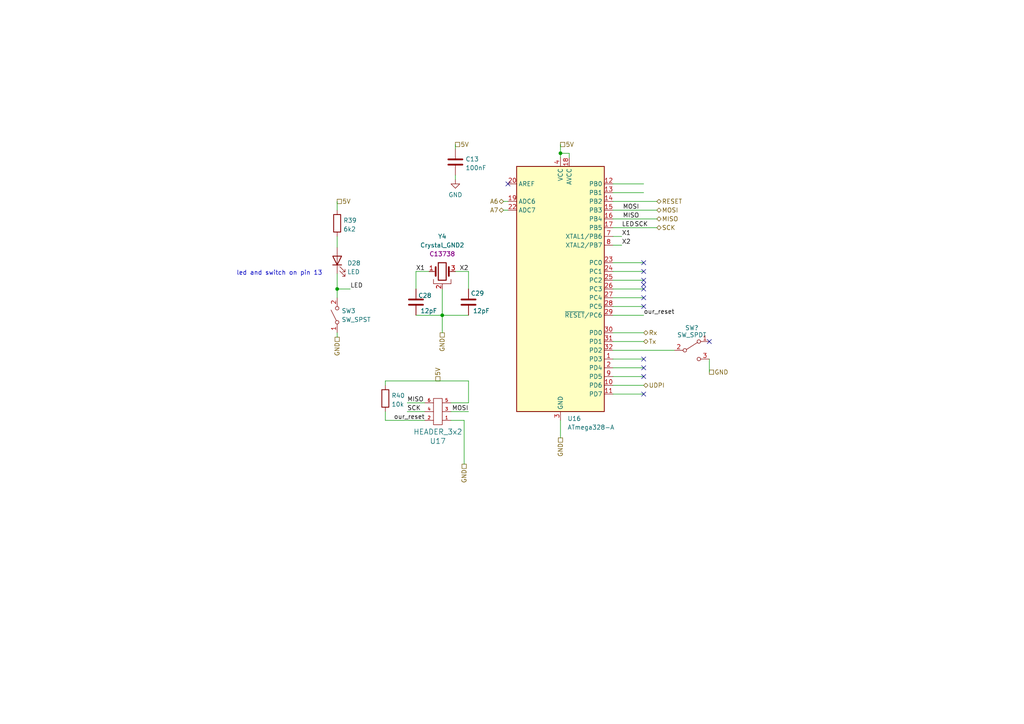
<source format=kicad_sch>
(kicad_sch (version 20230121) (generator eeschema)
  (paper "A4")
  (lib_symbols
    (symbol "Device:C" (pin_numbers hide) (pin_names (offset 0.254))
      (property "Reference" "C" (at 0.635 2.54 0))
      (property "Value" "C" (at 0.635 -2.54 0))
      (symbol "C_0_1"
        (polyline (pts (xy -2.032 -0.762) (xy 2.032 -0.762)) (stroke (width 0.508)))
        (polyline (pts (xy -2.032 0.762) (xy 2.032 0.762)) (stroke (width 0.508)))
      )
      (symbol "C_1_1"
        (pin passive line (at 0 3.81 270) (length 2.794) (name "~") (number "1"))
        (pin passive line (at 0 -3.81 90) (length 2.794) (name "~") (number "2"))
      )
    )
    (symbol "Device:LED" (pin_numbers hide) (pin_names (offset 1.016) hide)
      (property "Reference" "D" (at 0 2.54 0))
      (property "Value" "LED" (at 0 -2.54 0))
      (symbol "LED_0_1"
        (polyline (pts (xy -1.27 -1.27) (xy -1.27 1.27)) (stroke (width 0.254)))
        (polyline (pts (xy -1.27 0) (xy 1.27 0)))
        (polyline (pts (xy 1.27 -1.27) (xy 1.27 1.27) (xy -1.27 0) (xy 1.27 -1.27)) (stroke (width 0.254)))
        (polyline (pts (xy -3.048 -0.762) (xy -4.572 -2.286) (xy -3.81 -2.286) (xy -4.572 -2.286) (xy -4.572 -1.524)))
        (polyline (pts (xy -1.778 -0.762) (xy -3.302 -2.286) (xy -2.54 -2.286) (xy -3.302 -2.286) (xy -3.302 -1.524)))
      )
      (symbol "LED_1_1"
        (pin passive line (at -3.81 0 0) (length 2.54) (name "K") (number "1"))
        (pin passive line (at 3.81 0 180) (length 2.54) (name "A") (number "2"))
      )
    )
    (symbol "Device:R" (pin_numbers hide) (pin_names (offset 0))
      (property "Reference" "R" (at 2.032 0 90))
      (property "Value" "R" (at 0 0 90))
      (symbol "R_0_1"
        (rectangle (start -1.016 -2.54) (end 1.016 2.54) (stroke (width 0.254)))
      )
      (symbol "R_1_1"
        (pin passive line (at 0 3.81 270) (length 1.27) (name "~") (number "1"))
        (pin passive line (at 0 -3.81 90) (length 1.27) (name "~") (number "2"))
      )
    )
    (symbol "MCU_Microchip_ATmega:ATmega328-A"
      (property "Reference" "U" (at -12.7 36.83 0))
      (property "Value" "ATmega328-A" (at 2.54 -36.83 0))
      (symbol "ATmega328-A_0_1"
        (rectangle (start -12.7 -35.56) (end 12.7 35.56) (stroke (width 0.254)) (fill (type background)))
      )
      (symbol "ATmega328-A_1_1"
        (pin bidirectional line (at 15.24 -20.32 180) (length 2.54) (name "PD3") (number "1"))
        (pin bidirectional line (at 15.24 -27.94 180) (length 2.54) (name "PD6") (number "10"))
        (pin bidirectional line (at 15.24 -30.48 180) (length 2.54) (name "PD7") (number "11"))
        (pin bidirectional line (at 15.24 30.48 180) (length 2.54) (name "PB0") (number "12"))
        (pin bidirectional line (at 15.24 27.94 180) (length 2.54) (name "PB1") (number "13"))
        (pin bidirectional line (at 15.24 25.4 180) (length 2.54) (name "PB2") (number "14"))
        (pin bidirectional line (at 15.24 22.86 180) (length 2.54) (name "PB3") (number "15"))
        (pin bidirectional line (at 15.24 20.32 180) (length 2.54) (name "PB4") (number "16"))
        (pin bidirectional line (at 15.24 17.78 180) (length 2.54) (name "PB5") (number "17"))
        (pin power_in line (at 2.54 38.1 270) (length 2.54) (name "AVCC") (number "18"))
        (pin input line (at -15.24 25.4 0) (length 2.54) (name "ADC6") (number "19"))
        (pin bidirectional line (at 15.24 -22.86 180) (length 2.54) (name "PD4") (number "2"))
        (pin passive line (at -15.24 30.48 0) (length 2.54) (name "AREF") (number "20"))
        (pin passive line (at 0 -38.1 90) (length 2.54) hide (name "GND") (number "21"))
        (pin input line (at -15.24 22.86 0) (length 2.54) (name "ADC7") (number "22"))
        (pin bidirectional line (at 15.24 7.62 180) (length 2.54) (name "PC0") (number "23"))
        (pin bidirectional line (at 15.24 5.08 180) (length 2.54) (name "PC1") (number "24"))
        (pin bidirectional line (at 15.24 2.54 180) (length 2.54) (name "PC2") (number "25"))
        (pin bidirectional line (at 15.24 0 180) (length 2.54) (name "PC3") (number "26"))
        (pin bidirectional line (at 15.24 -2.54 180) (length 2.54) (name "PC4") (number "27"))
        (pin bidirectional line (at 15.24 -5.08 180) (length 2.54) (name "PC5") (number "28"))
        (pin bidirectional line (at 15.24 -7.62 180) (length 2.54) (name "~{RESET}/PC6") (number "29"))
        (pin power_in line (at 0 -38.1 90) (length 2.54) (name "GND") (number "3"))
        (pin bidirectional line (at 15.24 -12.7 180) (length 2.54) (name "PD0") (number "30"))
        (pin bidirectional line (at 15.24 -15.24 180) (length 2.54) (name "PD1") (number "31"))
        (pin bidirectional line (at 15.24 -17.78 180) (length 2.54) (name "PD2") (number "32"))
        (pin power_in line (at 0 38.1 270) (length 2.54) (name "VCC") (number "4"))
        (pin passive line (at 0 -38.1 90) (length 2.54) hide (name "GND") (number "5"))
        (pin passive line (at 0 38.1 270) (length 2.54) hide (name "VCC") (number "6"))
        (pin bidirectional line (at 15.24 15.24 180) (length 2.54) (name "XTAL1/PB6") (number "7"))
        (pin bidirectional line (at 15.24 12.7 180) (length 2.54) (name "XTAL2/PB7") (number "8"))
        (pin bidirectional line (at 15.24 -25.4 180) (length 2.54) (name "PD5") (number "9"))
      )
    )
    (symbol "Switch:SW_SPDT" (pin_names (offset 0) hide)
      (property "Reference" "SW" (at 0 4.318 0))
      (property "Value" "SW_SPDT" (at 0 -5.08 0))
      (symbol "SW_SPDT_0_0"
        (circle (center -2.032 0) (radius 0.508))
        (circle (center 2.032 -2.54) (radius 0.508))
      )
      (symbol "SW_SPDT_0_1"
        (polyline (pts (xy -1.524 0.254) (xy 1.651 2.286)))
        (circle (center 2.032 2.54) (radius 0.508))
      )
      (symbol "SW_SPDT_1_1"
        (pin passive line (at 5.08 2.54 180) (length 2.54) (name "A") (number "1"))
        (pin passive line (at -5.08 0 0) (length 2.54) (name "B") (number "2"))
        (pin passive line (at 5.08 -2.54 180) (length 2.54) (name "C") (number "3"))
      )
    )
    (symbol "Switch:SW_SPST" (pin_names (offset 0) hide)
      (property "Reference" "SW" (at 0 3.175 0))
      (property "Value" "SW_SPST" (at 0 -2.54 0))
      (symbol "SW_SPST_0_0"
        (circle (center -2.032 0) (radius 0.508))
        (polyline (pts (xy -1.524 0.254) (xy 1.524 1.778)))
        (circle (center 2.032 0) (radius 0.508))
      )
      (symbol "SW_SPST_1_1"
        (pin passive line (at -5.08 0 0) (length 2.54) (name "A") (number "1"))
        (pin passive line (at 5.08 0 180) (length 2.54) (name "B") (number "2"))
      )
    )
    (symbol "custom_kicad_lib_sk:crystal_arduino" (pin_names (offset 1.016) hide)
      (property "Reference" "Y" (at 0 5.715 0))
      (property "Value" "Crystal_GND2" (at 0 3.81 0))
      (property "JLCPCB Part#" "C13738" (at 0 0 0))
      (symbol "crystal_arduino_0_1"
        (rectangle (start -1.143 2.54) (end 1.143 -2.54) (stroke (width 0.3048)))
        (polyline (pts (xy -2.54 0) (xy -1.905 0)))
        (polyline (pts (xy -1.905 -1.27) (xy -1.905 1.27)) (stroke (width 0.508)))
        (polyline (pts (xy 0 -3.81) (xy 0 -3.556)))
        (polyline (pts (xy 1.905 0) (xy 2.54 0)))
        (polyline (pts (xy 1.905 1.27) (xy 1.905 -1.27)) (stroke (width 0.508)))
        (polyline (pts (xy -2.54 -2.286) (xy -2.54 -3.556) (xy 2.54 -3.556) (xy 2.54 -2.286)))
      )
      (symbol "crystal_arduino_1_1"
        (pin passive line (at -3.81 0 0) (length 1.27) (name "1") (number "1"))
        (pin passive line (at 0 -5.08 90) (length 1.27) (name "GND") (number "2"))
        (pin passive line (at 3.81 0 180) (length 1.27) (name "3") (number "3"))
        (pin passive line (at 0 -5.08 90) (length 1.27) hide (name "GND") (number "4"))
      )
    )
    (symbol "power:GND" (power) (pin_names (offset 0))
      (property "Value" "GND" (at 0 -3.81 0))
      (symbol "GND_0_1"
        (polyline (pts (xy 0 0) (xy 0 -1.27) (xy 1.27 -1.27) (xy 0 -2.54) (xy -1.27 -1.27) (xy 0 -1.27)))
      )
      (symbol "GND_1_1"
        (pin power_in line (at 0 0 270) (length 0) hide (name "GND") (number "1"))
      )
    )
    (symbol "servoDriverSMD-rescue:HEADER_3x2-w_connectors" (pin_names (offset 0))
      (property "Reference" "J" (at 0 5.08 0))
      (property "Value" "HEADER_3x2-w_connectors" (at 0 -5.08 0))
      (symbol "HEADER_3x2-w_connectors_0_1"
        (rectangle (start 1.27 3.81) (end -1.27 -3.81))
      )
      (symbol "HEADER_3x2-w_connectors_1_1"
        (pin passive line (at -3.81 2.54 0) (length 2.54) (name "~") (number "1"))
        (pin passive line (at 3.81 2.54 180) (length 2.54) (name "~") (number "2"))
        (pin passive line (at -3.81 0 0) (length 2.54) (name "~") (number "3"))
        (pin passive line (at 3.81 0 180) (length 2.54) (name "~") (number "4"))
        (pin passive line (at -3.81 -2.54 0) (length 2.54) (name "~") (number "5"))
        (pin passive line (at 3.81 -2.54 180) (length 2.54) (name "~") (number "6"))
      )
    )
  )
  (junction (at 162.56 44.45))
  (junction (at 97.79 83.82))
  (junction (at 128.27 91.44))
  (no_connect (at 205.74 99.06))
  (no_connect (at 186.69 78.74))
  (no_connect (at 186.69 76.2))
  (no_connect (at 186.69 82.55))
  (no_connect (at 186.69 104.14))
  (no_connect (at 147.32 53.34))
  (no_connect (at 186.69 88.9))
  (no_connect (at 186.69 109.22))
  (no_connect (at 186.69 114.3))
  (no_connect (at 186.69 81.28))
  (no_connect (at 186.69 83.82))
  (no_connect (at 186.69 86.36))
  (no_connect (at 186.69 106.68))
  (wire (pts (xy 162.56 44.45) (xy 162.56 45.72)))
  (wire (pts (xy 120.65 78.74) (xy 120.65 83.82)))
  (wire (pts (xy 128.27 91.44) (xy 135.89 91.44)))
  (wire (pts (xy 130.81 116.84) (xy 135.89 116.84)))
  (wire (pts (xy 134.62 121.92) (xy 130.81 121.92)))
  (wire (pts (xy 165.1 44.45) (xy 162.56 44.45)))
  (wire (pts (xy 177.8 86.36) (xy 186.69 86.36)))
  (wire (pts (xy 177.8 111.76) (xy 186.69 111.76)))
  (wire (pts (xy 123.19 119.38) (xy 118.11 119.38)))
  (wire (pts (xy 124.46 78.74) (xy 120.65 78.74)))
  (wire (pts (xy 177.8 76.2) (xy 186.69 76.2)))
  (wire (pts (xy 111.76 121.92) (xy 123.19 121.92)))
  (wire (pts (xy 177.8 88.9) (xy 186.69 88.9)))
  (wire (pts (xy 97.79 83.82) (xy 97.79 86.36)))
  (wire (pts (xy 111.76 110.49) (xy 135.89 110.49)))
  (wire (pts (xy 97.79 79.375) (xy 97.79 83.82)))
  (wire (pts (xy 135.89 116.84) (xy 135.89 110.49)))
  (wire (pts (xy 177.8 71.12) (xy 180.34 71.12)))
  (wire (pts (xy 162.56 121.92) (xy 162.56 127)))
  (wire (pts (xy 177.8 109.22) (xy 186.69 109.22)))
  (wire (pts (xy 146.05 58.42) (xy 147.32 58.42)))
  (wire (pts (xy 111.76 119.38) (xy 111.76 121.92)))
  (wire (pts (xy 97.79 96.52) (xy 97.79 97.79)))
  (wire (pts (xy 130.81 119.38) (xy 135.89 119.38)))
  (wire (pts (xy 177.8 83.82) (xy 186.69 83.82)))
  (wire (pts (xy 97.79 68.58) (xy 97.79 71.755)))
  (wire (pts (xy 128.27 83.82) (xy 128.27 91.44)))
  (wire (pts (xy 132.08 78.74) (xy 135.89 78.74)))
  (wire (pts (xy 146.05 60.96) (xy 147.32 60.96)))
  (wire (pts (xy 162.56 41.91) (xy 162.56 44.45)))
  (wire (pts (xy 177.8 68.58) (xy 180.34 68.58)))
  (wire (pts (xy 177.8 114.3) (xy 186.69 114.3)))
  (wire (pts (xy 135.89 78.74) (xy 135.89 83.82)))
  (wire (pts (xy 118.11 116.84) (xy 123.19 116.84)))
  (wire (pts (xy 97.79 58.42) (xy 97.79 60.96)))
  (wire (pts (xy 132.08 50.8) (xy 132.08 52.07)))
  (wire (pts (xy 177.8 60.96) (xy 190.5 60.96)))
  (wire (pts (xy 111.76 110.49) (xy 111.76 111.76)))
  (wire (pts (xy 101.6 83.82) (xy 97.79 83.82)))
  (wire (pts (xy 177.8 81.28) (xy 186.69 81.28)))
  (wire (pts (xy 177.8 55.88) (xy 186.69 55.88)))
  (wire (pts (xy 177.8 99.06) (xy 186.69 99.06)))
  (wire (pts (xy 120.65 91.44) (xy 128.27 91.44)))
  (wire (pts (xy 132.08 41.91) (xy 132.08 43.18)))
  (wire (pts (xy 177.8 96.52) (xy 186.69 96.52)))
  (wire (pts (xy 177.8 101.6) (xy 195.58 101.6)))
  (wire (pts (xy 128.27 91.44) (xy 128.27 96.52)))
  (wire (pts (xy 177.8 66.04) (xy 190.5 66.04)))
  (wire (pts (xy 165.1 45.72) (xy 165.1 44.45)))
  (wire (pts (xy 205.74 104.14) (xy 205.74 107.95)))
  (wire (pts (xy 134.62 121.92) (xy 134.62 134.62)))
  (wire (pts (xy 177.8 63.5) (xy 190.5 63.5)))
  (wire (pts (xy 177.8 53.34) (xy 186.69 53.34)))
  (wire (pts (xy 177.8 91.44) (xy 186.69 91.44)))
  (wire (pts (xy 177.8 106.68) (xy 186.69 106.68)))
  (wire (pts (xy 177.8 78.74) (xy 186.69 78.74)))
  (wire (pts (xy 177.8 104.14) (xy 186.69 104.14)))
  (wire (pts (xy 177.8 58.42) (xy 190.5 58.42)))
  (text "led and switch on pin 13" (at 68.58 80.01 0) (effects (font (size 1.27 1.27)) (justify left bottom)))
  (label "SCK" (at 118.11 119.38 0))
  (label "X1" (at 120.65 78.74 0))
  (label "X2" (at 180.34 71.12 0))
  (label "MISO" (at 118.11 116.84 0))
  (label "MOSI" (at 185.42 60.96 180))
  (label "our_reset" (at 123.19 121.92 180))
  (label "LED" (at 180.34 66.04 0))
  (label "X1" (at 180.34 68.58 0))
  (label "SCK" (at 187.96 66.04 180))
  (label "MISO" (at 185.42 63.5 180))
  (label "LED" (at 101.6 83.82 0))
  (label "MOSI" (at 135.89 119.38 180))
  (label "our_reset" (at 186.69 91.44 0))
  (label "X2" (at 135.89 78.74 180))
  (hierarchical_label "A7" (shape bidirectional) (at 146.05 60.96 180))
  (hierarchical_label "SCK" (shape bidirectional) (at 190.5 66.04 0))
  (hierarchical_label "GND" (shape passive) (at 97.79 97.79 270))
  (hierarchical_label "GND" (shape passive) (at 162.56 127 270))
  (hierarchical_label "MISO" (shape bidirectional) (at 190.5 63.5 0))
  (hierarchical_label "5V" (shape passive) (at 162.56 41.91 0))
  (hierarchical_label "5V" (shape passive) (at 132.08 41.91 0))
  (hierarchical_label "A6" (shape bidirectional) (at 146.05 58.42 180))
  (hierarchical_label "MOSI" (shape bidirectional) (at 190.5 60.96 0))
  (hierarchical_label "UDPI" (shape bidirectional) (at 186.69 111.76 0))
  (hierarchical_label "Tx" (shape bidirectional) (at 186.69 99.06 0))
  (hierarchical_label "5V" (shape passive) (at 127 110.49 90))
  (hierarchical_label "GND" (shape passive) (at 205.74 107.95 0))
  (hierarchical_label "GND" (shape passive) (at 134.62 134.62 270))
  (hierarchical_label "RESET" (shape bidirectional) (at 190.5 58.42 0))
  (hierarchical_label "Rx" (shape bidirectional) (at 186.69 96.52 0))
  (hierarchical_label "GND" (shape passive) (at 128.27 96.52 270))
  (hierarchical_label "5V" (shape passive) (at 97.79 58.42 0))
  (symbol (lib_id "custom_kicad_lib_sk:crystal_arduino") (at 128.27 78.74 0) (unit 1)
    (property "Reference" "Y4" (at 128.27 68.58 0))
    (property "Value" "Crystal_GND2" (at 128.27 71.12 0))
    (property "Footprint" "custom_kicad_lib_sk:crystal_arduino" (effects hide))
    (property "JLCPCB Part#" "C13738" (at 128.27 73.66 0))
    (instances (project "programmer" (path "" (reference "Y4") (unit 1))) (project "general_schematics" (path "" (reference "Y4") (unit 1)) (path "" (reference "Y2") (unit 1))))
  )
  (symbol (lib_id "Device:C") (at 135.89 87.63 180) (unit 1)
    (property "Reference" "C29" (at 136.525 85.09 0) (effects (justify right)))
    (property "Value" "12pF" (at 137.16 90.17 0) (effects (justify right)))
    (property "Footprint" "Capacitor_SMD:C_0805_2012Metric_Pad1.18x1.45mm_HandSolder" (effects hide))
    (property "JLCPCB Part#" "C1792" (effects hide))
    (instances (project "programmer" (path "" (reference "C29") (unit 1))) (project "general_schematics" (path "" (reference "C29") (unit 1)) (path "" (reference "C41") (unit 1))))
  )
  (symbol (lib_id "Device:R") (at 97.79 64.77 0) (unit 1)
    (property "Reference" "R39" (at 99.568 63.9353 0) (effects (justify left)))
    (property "Value" "6k2" (at 99.568 66.4722 0) (effects (justify left)))
    (property "Footprint" "Resistor_SMD:R_0603_1608Metric_Pad0.98x0.95mm_HandSolder" (effects hide))
    (property "JLCPCB Part#" "C4260" (effects hide))
  )
  (symbol (lib_id "MCU_Microchip_ATmega:ATmega328-A") (at 162.56 83.82 0) (unit 1)
    (property "Reference" "U16" (at 164.5794 121.4104 0) (effects (justify left)))
    (property "Value" "ATmega328-A" (at 164.5794 123.9473 0) (effects (justify left)))
    (property "Footprint" "Package_QFP:TQFP-32_7x7mm_P0.8mm" (effects hide))
    (property "Datasheet" "http://ww1.microchip.com/downloads/en/DeviceDoc/ATmega328_P%20AVR%20MCU%20with%20picoPower%20Technology%20Data%20Sheet%2040001984A.pdf" (effects hide))
    (property "JLCPCB Part#" "C14877" (effects hide))
  )
  (symbol (lib_id "Switch:SW_SPST") (at 97.79 91.44 90) (unit 1)
    (property "Reference" "SW3" (at 99.06 90.17 90) (effects (justify right)))
    (property "Value" "SW_SPST" (at 99.06 92.71 90) (effects (justify right)))
    (property "Footprint" "Button_Switch_SMD:SW_SPST_SKQG_WithStem" (effects hide))
    (property "JLCPCB Part#" "C318884" (effects hide))
  )
  (symbol (lib_id "power:GND") (at 132.08 52.07 0) (unit 1)
    (property "Reference" "#PWR053" (effects hide))
    (property "Value" "GND" (at 132.08 56.5134 0))
  )
  (symbol (lib_id "Device:C") (at 132.08 46.99 180) (unit 1)
    (property "Reference" "C13" (at 135.001 46.1553 0) (effects (justify right)))
    (property "Value" "100nF" (at 135.001 48.6922 0) (effects (justify right)))
    (property "Footprint" "Capacitor_SMD:C_0603_1608Metric_Pad1.08x0.95mm_HandSolder" (effects hide))
    (property "JLCPCB Part#" "C14663" (effects hide))
  )
  (symbol (lib_id "Device:C") (at 120.65 87.63 180) (unit 1)
    (property "Reference" "C28" (at 121.285 85.725 0) (effects (justify right)))
    (property "Value" "12pF" (at 121.92 90.17 0) (effects (justify right)))
    (property "Footprint" "Capacitor_SMD:C_0805_2012Metric_Pad1.18x1.45mm_HandSolder" (effects hide))
    (instances (project "programmer" (path "" (reference "C28") (unit 1))) (project "general_schematics" (path "" (reference "C28") (unit 1)) (path "" (reference "C40") (unit 1))))
  )
  (symbol (lib_id "Device:LED") (at 97.79 75.565 90) (unit 1)
    (property "Reference" "D28" (at 100.711 76.3178 90) (effects (justify right)))
    (property "Value" "LED" (at 100.711 78.8547 90) (effects (justify right)))
    (property "Footprint" "LED_SMD:LED_0805_2012Metric_Pad1.15x1.40mm_HandSolder" (effects hide))
    (property "JLCPCB Part#" "C84256" (effects hide))
  )
  (symbol (lib_id "servoDriverSMD-rescue:HEADER_3x2-w_connectors") (at 127 119.38 180) (unit 1)
    (property "Reference" "U17" (at 127 127.9398 0) (effects (font (size 1.524 1.524))))
    (property "Value" "HEADER_3x2" (at 127 125.2474 0) (effects (font (size 1.524 1.524))))
    (property "Footprint" "Connector_PinSocket_1.27mm:PinSocket_2x03_P1.27mm_Vertical" (effects hide))
  )
  (symbol (lib_id "Device:R") (at 111.76 115.57 0) (unit 1)
    (property "Reference" "R40" (at 113.538 114.7353 0) (effects (justify left)))
    (property "Value" "10k" (at 113.538 117.2722 0) (effects (justify left)))
    (property "Footprint" "Resistor_SMD:R_0402_1005Metric_Pad0.72x0.64mm_HandSolder" (effects hide))
    (property "JLCPCB Part#" "C25744" (effects hide))
  )
  (symbol (lib_id "Switch:SW_SPDT") (at 200.66 101.6 0) (unit 1)
    (property "Reference" "SW?" (at 200.66 95.099 0))
    (property "Value" "SW_SPDT" (at 200.66 97.147 0))
  )
)
</source>
